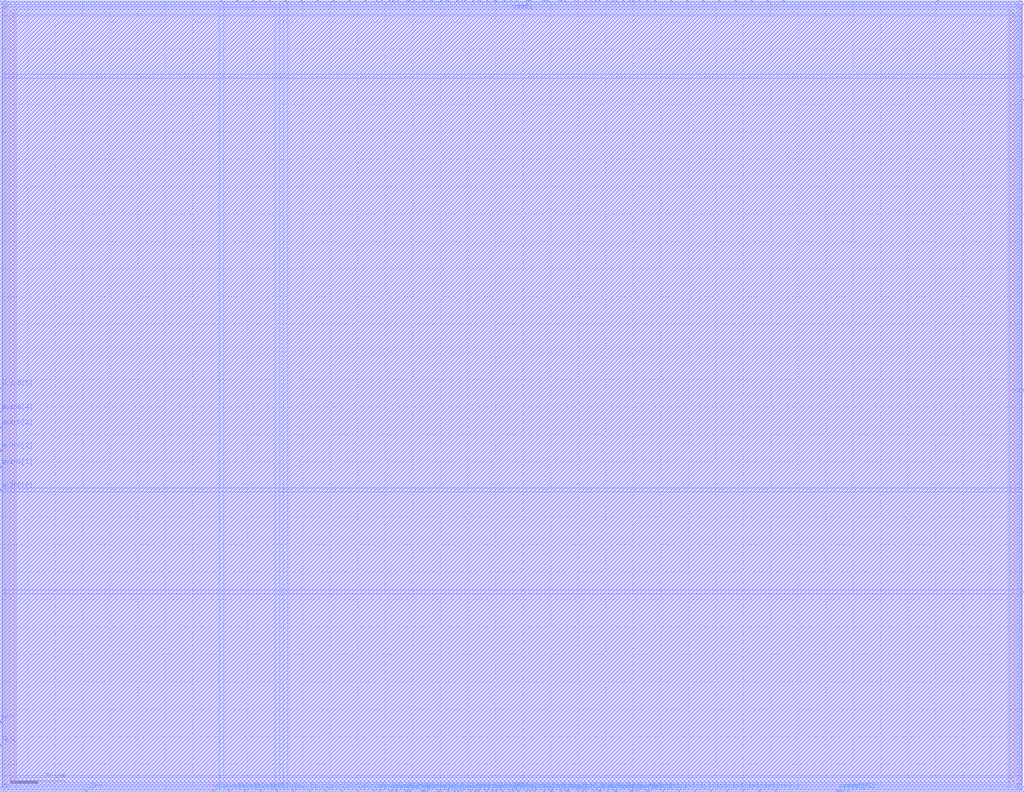
<source format=lef>
VERSION 5.4 ;
NAMESCASESENSITIVE ON ;
BUSBITCHARS "[]" ;
DIVIDERCHAR "/" ;
UNITS
  DATABASE MICRONS 1000 ;
END UNITS
MACRO dcache_data_ram
   CLASS BLOCK ;
   SIZE 372.1 BY 288.02 ;
   SYMMETRY X Y R90 ;
   PIN din0[0]
      DIRECTION INPUT ;
      PORT
         LAYER met4 ;
         RECT  100.54 0.0 100.92 0.38 ;
      END
   END din0[0]
   PIN din0[1]
      DIRECTION INPUT ;
      PORT
         LAYER met4 ;
         RECT  106.38 0.0 106.76 0.38 ;
      END
   END din0[1]
   PIN din0[2]
      DIRECTION INPUT ;
      PORT
         LAYER met4 ;
         RECT  112.22 0.0 112.6 0.38 ;
      END
   END din0[2]
   PIN din0[3]
      DIRECTION INPUT ;
      PORT
         LAYER met4 ;
         RECT  118.06 0.0 118.44 0.38 ;
      END
   END din0[3]
   PIN din0[4]
      DIRECTION INPUT ;
      PORT
         LAYER met4 ;
         RECT  123.9 0.0 124.28 0.38 ;
      END
   END din0[4]
   PIN din0[5]
      DIRECTION INPUT ;
      PORT
         LAYER met4 ;
         RECT  129.74 0.0 130.12 0.38 ;
      END
   END din0[5]
   PIN din0[6]
      DIRECTION INPUT ;
      PORT
         LAYER met4 ;
         RECT  135.58 0.0 135.96 0.38 ;
      END
   END din0[6]
   PIN din0[7]
      DIRECTION INPUT ;
      PORT
         LAYER met4 ;
         RECT  141.42 0.0 141.8 0.38 ;
      END
   END din0[7]
   PIN din0[8]
      DIRECTION INPUT ;
      PORT
         LAYER met4 ;
         RECT  147.26 0.0 147.64 0.38 ;
      END
   END din0[8]
   PIN din0[9]
      DIRECTION INPUT ;
      PORT
         LAYER met4 ;
         RECT  153.1 0.0 153.48 0.38 ;
      END
   END din0[9]
   PIN din0[10]
      DIRECTION INPUT ;
      PORT
         LAYER met4 ;
         RECT  158.94 0.0 159.32 0.38 ;
      END
   END din0[10]
   PIN din0[11]
      DIRECTION INPUT ;
      PORT
         LAYER met4 ;
         RECT  164.78 0.0 165.16 0.38 ;
      END
   END din0[11]
   PIN din0[12]
      DIRECTION INPUT ;
      PORT
         LAYER met4 ;
         RECT  170.62 0.0 171.0 0.38 ;
      END
   END din0[12]
   PIN din0[13]
      DIRECTION INPUT ;
      PORT
         LAYER met4 ;
         RECT  176.46 0.0 176.84 0.38 ;
      END
   END din0[13]
   PIN din0[14]
      DIRECTION INPUT ;
      PORT
         LAYER met4 ;
         RECT  182.3 0.0 182.68 0.38 ;
      END
   END din0[14]
   PIN din0[15]
      DIRECTION INPUT ;
      PORT
         LAYER met4 ;
         RECT  188.14 0.0 188.52 0.38 ;
      END
   END din0[15]
   PIN din0[16]
      DIRECTION INPUT ;
      PORT
         LAYER met4 ;
         RECT  193.98 0.0 194.36 0.38 ;
      END
   END din0[16]
   PIN din0[17]
      DIRECTION INPUT ;
      PORT
         LAYER met4 ;
         RECT  199.82 0.0 200.2 0.38 ;
      END
   END din0[17]
   PIN din0[18]
      DIRECTION INPUT ;
      PORT
         LAYER met4 ;
         RECT  205.66 0.0 206.04 0.38 ;
      END
   END din0[18]
   PIN din0[19]
      DIRECTION INPUT ;
      PORT
         LAYER met4 ;
         RECT  211.5 0.0 211.88 0.38 ;
      END
   END din0[19]
   PIN din0[20]
      DIRECTION INPUT ;
      PORT
         LAYER met4 ;
         RECT  217.34 0.0 217.72 0.38 ;
      END
   END din0[20]
   PIN din0[21]
      DIRECTION INPUT ;
      PORT
         LAYER met4 ;
         RECT  223.18 0.0 223.56 0.38 ;
      END
   END din0[21]
   PIN din0[22]
      DIRECTION INPUT ;
      PORT
         LAYER met4 ;
         RECT  229.02 0.0 229.4 0.38 ;
      END
   END din0[22]
   PIN din0[23]
      DIRECTION INPUT ;
      PORT
         LAYER met4 ;
         RECT  234.86 0.0 235.24 0.38 ;
      END
   END din0[23]
   PIN din0[24]
      DIRECTION INPUT ;
      PORT
         LAYER met4 ;
         RECT  240.7 0.0 241.08 0.38 ;
      END
   END din0[24]
   PIN din0[25]
      DIRECTION INPUT ;
      PORT
         LAYER met4 ;
         RECT  246.54 0.0 246.92 0.38 ;
      END
   END din0[25]
   PIN din0[26]
      DIRECTION INPUT ;
      PORT
         LAYER met4 ;
         RECT  252.38 0.0 252.76 0.38 ;
      END
   END din0[26]
   PIN din0[27]
      DIRECTION INPUT ;
      PORT
         LAYER met4 ;
         RECT  258.22 0.0 258.6 0.38 ;
      END
   END din0[27]
   PIN din0[28]
      DIRECTION INPUT ;
      PORT
         LAYER met4 ;
         RECT  264.06 0.0 264.44 0.38 ;
      END
   END din0[28]
   PIN din0[29]
      DIRECTION INPUT ;
      PORT
         LAYER met4 ;
         RECT  269.9 0.0 270.28 0.38 ;
      END
   END din0[29]
   PIN din0[30]
      DIRECTION INPUT ;
      PORT
         LAYER met4 ;
         RECT  275.74 0.0 276.12 0.38 ;
      END
   END din0[30]
   PIN din0[31]
      DIRECTION INPUT ;
      PORT
         LAYER met4 ;
         RECT  281.58 0.0 281.96 0.38 ;
      END
   END din0[31]
   PIN din1[0]
      DIRECTION INPUT ;
      PORT
         LAYER met4 ;
         RECT  80.16 287.64 80.54 288.02 ;
      END
   END din1[0]
   PIN din1[1]
      DIRECTION INPUT ;
      PORT
         LAYER met4 ;
         RECT  86.0 287.64 86.38 288.02 ;
      END
   END din1[1]
   PIN din1[2]
      DIRECTION INPUT ;
      PORT
         LAYER met4 ;
         RECT  91.84 287.64 92.22 288.02 ;
      END
   END din1[2]
   PIN din1[3]
      DIRECTION INPUT ;
      PORT
         LAYER met4 ;
         RECT  97.68 287.64 98.06 288.02 ;
      END
   END din1[3]
   PIN din1[4]
      DIRECTION INPUT ;
      PORT
         LAYER met4 ;
         RECT  103.52 287.64 103.9 288.02 ;
      END
   END din1[4]
   PIN din1[5]
      DIRECTION INPUT ;
      PORT
         LAYER met4 ;
         RECT  109.36 287.64 109.74 288.02 ;
      END
   END din1[5]
   PIN din1[6]
      DIRECTION INPUT ;
      PORT
         LAYER met4 ;
         RECT  115.2 287.64 115.58 288.02 ;
      END
   END din1[6]
   PIN din1[7]
      DIRECTION INPUT ;
      PORT
         LAYER met4 ;
         RECT  121.04 287.64 121.42 288.02 ;
      END
   END din1[7]
   PIN din1[8]
      DIRECTION INPUT ;
      PORT
         LAYER met4 ;
         RECT  126.88 287.64 127.26 288.02 ;
      END
   END din1[8]
   PIN din1[9]
      DIRECTION INPUT ;
      PORT
         LAYER met4 ;
         RECT  132.72 287.64 133.1 288.02 ;
      END
   END din1[9]
   PIN din1[10]
      DIRECTION INPUT ;
      PORT
         LAYER met4 ;
         RECT  138.56 287.64 138.94 288.02 ;
      END
   END din1[10]
   PIN din1[11]
      DIRECTION INPUT ;
      PORT
         LAYER met4 ;
         RECT  144.4 287.64 144.78 288.02 ;
      END
   END din1[11]
   PIN din1[12]
      DIRECTION INPUT ;
      PORT
         LAYER met4 ;
         RECT  150.24 287.64 150.62 288.02 ;
      END
   END din1[12]
   PIN din1[13]
      DIRECTION INPUT ;
      PORT
         LAYER met4 ;
         RECT  156.08 287.64 156.46 288.02 ;
      END
   END din1[13]
   PIN din1[14]
      DIRECTION INPUT ;
      PORT
         LAYER met4 ;
         RECT  161.92 287.64 162.3 288.02 ;
      END
   END din1[14]
   PIN din1[15]
      DIRECTION INPUT ;
      PORT
         LAYER met4 ;
         RECT  167.76 287.64 168.14 288.02 ;
      END
   END din1[15]
   PIN din1[16]
      DIRECTION INPUT ;
      PORT
         LAYER met4 ;
         RECT  173.6 287.64 173.98 288.02 ;
      END
   END din1[16]
   PIN din1[17]
      DIRECTION INPUT ;
      PORT
         LAYER met4 ;
         RECT  179.44 287.64 179.82 288.02 ;
      END
   END din1[17]
   PIN din1[18]
      DIRECTION INPUT ;
      PORT
         LAYER met4 ;
         RECT  185.28 287.64 185.66 288.02 ;
      END
   END din1[18]
   PIN din1[19]
      DIRECTION INPUT ;
      PORT
         LAYER met4 ;
         RECT  191.12 287.64 191.5 288.02 ;
      END
   END din1[19]
   PIN din1[20]
      DIRECTION INPUT ;
      PORT
         LAYER met4 ;
         RECT  196.96 287.64 197.34 288.02 ;
      END
   END din1[20]
   PIN din1[21]
      DIRECTION INPUT ;
      PORT
         LAYER met4 ;
         RECT  202.8 287.64 203.18 288.02 ;
      END
   END din1[21]
   PIN din1[22]
      DIRECTION INPUT ;
      PORT
         LAYER met4 ;
         RECT  208.64 287.64 209.02 288.02 ;
      END
   END din1[22]
   PIN din1[23]
      DIRECTION INPUT ;
      PORT
         LAYER met4 ;
         RECT  214.48 287.64 214.86 288.02 ;
      END
   END din1[23]
   PIN din1[24]
      DIRECTION INPUT ;
      PORT
         LAYER met4 ;
         RECT  220.32 287.64 220.7 288.02 ;
      END
   END din1[24]
   PIN din1[25]
      DIRECTION INPUT ;
      PORT
         LAYER met4 ;
         RECT  226.16 287.64 226.54 288.02 ;
      END
   END din1[25]
   PIN din1[26]
      DIRECTION INPUT ;
      PORT
         LAYER met4 ;
         RECT  232.0 287.64 232.38 288.02 ;
      END
   END din1[26]
   PIN din1[27]
      DIRECTION INPUT ;
      PORT
         LAYER met4 ;
         RECT  237.84 287.64 238.22 288.02 ;
      END
   END din1[27]
   PIN din1[28]
      DIRECTION INPUT ;
      PORT
         LAYER met4 ;
         RECT  243.68 287.64 244.06 288.02 ;
      END
   END din1[28]
   PIN din1[29]
      DIRECTION INPUT ;
      PORT
         LAYER met4 ;
         RECT  249.52 287.64 249.9 288.02 ;
      END
   END din1[29]
   PIN din1[30]
      DIRECTION INPUT ;
      PORT
         LAYER met4 ;
         RECT  255.36 287.64 255.74 288.02 ;
      END
   END din1[30]
   PIN din1[31]
      DIRECTION INPUT ;
      PORT
         LAYER met4 ;
         RECT  261.2 287.64 261.58 288.02 ;
      END
   END din1[31]
   PIN addr0[0]
      DIRECTION INPUT ;
      PORT
         LAYER met3 ;
         RECT  0.0 109.585 0.38 109.965 ;
      END
   END addr0[0]
   PIN addr0[1]
      DIRECTION INPUT ;
      PORT
         LAYER met3 ;
         RECT  0.0 117.985 0.38 118.365 ;
      END
   END addr0[1]
   PIN addr0[2]
      DIRECTION INPUT ;
      PORT
         LAYER met3 ;
         RECT  0.0 123.85 0.38 124.23 ;
      END
   END addr0[2]
   PIN addr0[3]
      DIRECTION INPUT ;
      PORT
         LAYER met3 ;
         RECT  0.0 132.35 0.38 132.73 ;
      END
   END addr0[3]
   PIN addr0[4]
      DIRECTION INPUT ;
      PORT
         LAYER met3 ;
         RECT  0.0 137.99 0.38 138.37 ;
      END
   END addr0[4]
   PIN addr0[5]
      DIRECTION INPUT ;
      PORT
         LAYER met3 ;
         RECT  0.0 146.49 0.38 146.87 ;
      END
   END addr0[5]
   PIN addr1[0]
      DIRECTION INPUT ;
      PORT
         LAYER met3 ;
         RECT  371.72 72.47 372.1 72.85 ;
      END
   END addr1[0]
   PIN addr1[1]
      DIRECTION INPUT ;
      PORT
         LAYER met4 ;
         RECT  304.095 0.0 304.475 0.38 ;
      END
   END addr1[1]
   PIN addr1[2]
      DIRECTION INPUT ;
      PORT
         LAYER met4 ;
         RECT  307.76 0.0 308.14 0.38 ;
      END
   END addr1[2]
   PIN addr1[3]
      DIRECTION INPUT ;
      PORT
         LAYER met4 ;
         RECT  304.785 0.0 305.165 0.38 ;
      END
   END addr1[3]
   PIN addr1[4]
      DIRECTION INPUT ;
      PORT
         LAYER met4 ;
         RECT  305.475 0.0 305.855 0.38 ;
      END
   END addr1[4]
   PIN addr1[5]
      DIRECTION INPUT ;
      PORT
         LAYER met4 ;
         RECT  306.22 0.0 306.6 0.38 ;
      END
   END addr1[5]
   PIN csb0
      DIRECTION INPUT ;
      PORT
         LAYER met3 ;
         RECT  0.0 16.73 0.38 17.11 ;
      END
   END csb0
   PIN csb1
      DIRECTION INPUT ;
      PORT
         LAYER met3 ;
         RECT  371.72 260.0 372.1 260.38 ;
      END
   END csb1
   PIN web0
      DIRECTION INPUT ;
      PORT
         LAYER met3 ;
         RECT  0.0 25.23 0.38 25.61 ;
      END
   END web0
   PIN web1
      DIRECTION INPUT ;
      PORT
         LAYER met3 ;
         RECT  371.72 251.5 372.1 251.88 ;
      END
   END web1
   PIN clk0
      DIRECTION INPUT ;
      PORT
         LAYER met4 ;
         RECT  31.1 0.0 31.48 0.38 ;
      END
   END clk0
   PIN clk1
      DIRECTION INPUT ;
      PORT
         LAYER met4 ;
         RECT  340.62 287.64 341.0 288.02 ;
      END
   END clk1
   PIN wmask0[0]
      DIRECTION INPUT ;
      PORT
         LAYER met4 ;
         RECT  77.18 0.0 77.56 0.38 ;
      END
   END wmask0[0]
   PIN wmask0[1]
      DIRECTION INPUT ;
      PORT
         LAYER met4 ;
         RECT  83.02 0.0 83.4 0.38 ;
      END
   END wmask0[1]
   PIN wmask0[2]
      DIRECTION INPUT ;
      PORT
         LAYER met4 ;
         RECT  88.86 0.0 89.24 0.38 ;
      END
   END wmask0[2]
   PIN wmask0[3]
      DIRECTION INPUT ;
      PORT
         LAYER met4 ;
         RECT  94.7 0.0 95.08 0.38 ;
      END
   END wmask0[3]
   PIN wmask1[0]
      DIRECTION INPUT ;
      PORT
         LAYER met4 ;
         RECT  267.04 287.64 267.42 288.02 ;
      END
   END wmask1[0]
   PIN wmask1[1]
      DIRECTION INPUT ;
      PORT
         LAYER met4 ;
         RECT  272.88 287.64 273.26 288.02 ;
      END
   END wmask1[1]
   PIN wmask1[2]
      DIRECTION INPUT ;
      PORT
         LAYER met4 ;
         RECT  278.72 287.64 279.1 288.02 ;
      END
   END wmask1[2]
   PIN wmask1[3]
      DIRECTION INPUT ;
      PORT
         LAYER met4 ;
         RECT  284.56 287.64 284.94 288.02 ;
      END
   END wmask1[3]
   PIN dout0[0]
      DIRECTION OUTPUT ;
      PORT
         LAYER met4 ;
         RECT  137.685 0.0 138.065 0.38 ;
      END
   END dout0[0]
   PIN dout0[1]
      DIRECTION OUTPUT ;
      PORT
         LAYER met4 ;
         RECT  142.11 0.0 142.49 0.38 ;
      END
   END dout0[1]
   PIN dout0[2]
      DIRECTION OUTPUT ;
      PORT
         LAYER met4 ;
         RECT  143.925 0.0 144.305 0.38 ;
      END
   END dout0[2]
   PIN dout0[3]
      DIRECTION OUTPUT ;
      PORT
         LAYER met4 ;
         RECT  147.95 0.0 148.33 0.38 ;
      END
   END dout0[3]
   PIN dout0[4]
      DIRECTION OUTPUT ;
      PORT
         LAYER met4 ;
         RECT  148.785 0.0 149.165 0.38 ;
      END
   END dout0[4]
   PIN dout0[5]
      DIRECTION OUTPUT ;
      PORT
         LAYER met4 ;
         RECT  153.815 0.0 154.195 0.38 ;
      END
   END dout0[5]
   PIN dout0[6]
      DIRECTION OUTPUT ;
      PORT
         LAYER met4 ;
         RECT  155.025 0.0 155.405 0.38 ;
      END
   END dout0[6]
   PIN dout0[7]
      DIRECTION OUTPUT ;
      PORT
         LAYER met4 ;
         RECT  160.0 0.0 160.38 0.38 ;
      END
   END dout0[7]
   PIN dout0[8]
      DIRECTION OUTPUT ;
      PORT
         LAYER met4 ;
         RECT  162.645 0.0 163.025 0.38 ;
      END
   END dout0[8]
   PIN dout0[9]
      DIRECTION OUTPUT ;
      PORT
         LAYER met4 ;
         RECT  166.295 0.0 166.675 0.38 ;
      END
   END dout0[9]
   PIN dout0[10]
      DIRECTION OUTPUT ;
      PORT
         LAYER met4 ;
         RECT  167.505 0.0 167.885 0.38 ;
      END
   END dout0[10]
   PIN dout0[11]
      DIRECTION OUTPUT ;
      PORT
         LAYER met4 ;
         RECT  172.535 0.0 172.915 0.38 ;
      END
   END dout0[11]
   PIN dout0[12]
      DIRECTION OUTPUT ;
      PORT
         LAYER met4 ;
         RECT  173.745 0.0 174.125 0.38 ;
      END
   END dout0[12]
   PIN dout0[13]
      DIRECTION OUTPUT ;
      PORT
         LAYER met4 ;
         RECT  178.775 0.0 179.155 0.38 ;
      END
   END dout0[13]
   PIN dout0[14]
      DIRECTION OUTPUT ;
      PORT
         LAYER met4 ;
         RECT  179.985 0.0 180.365 0.38 ;
      END
   END dout0[14]
   PIN dout0[15]
      DIRECTION OUTPUT ;
      PORT
         LAYER met4 ;
         RECT  184.96 0.0 185.34 0.38 ;
      END
   END dout0[15]
   PIN dout0[16]
      DIRECTION OUTPUT ;
      PORT
         LAYER met4 ;
         RECT  186.285 0.0 186.665 0.38 ;
      END
   END dout0[16]
   PIN dout0[17]
      DIRECTION OUTPUT ;
      PORT
         LAYER met4 ;
         RECT  191.255 0.0 191.635 0.38 ;
      END
   END dout0[17]
   PIN dout0[18]
      DIRECTION OUTPUT ;
      PORT
         LAYER met4 ;
         RECT  192.175 0.0 192.555 0.38 ;
      END
   END dout0[18]
   PIN dout0[19]
      DIRECTION OUTPUT ;
      PORT
         LAYER met4 ;
         RECT  197.495 0.0 197.875 0.38 ;
      END
   END dout0[19]
   PIN dout0[20]
      DIRECTION OUTPUT ;
      PORT
         LAYER met4 ;
         RECT  200.51 0.0 200.89 0.38 ;
      END
   END dout0[20]
   PIN dout0[21]
      DIRECTION OUTPUT ;
      PORT
         LAYER met4 ;
         RECT  203.735 0.0 204.115 0.38 ;
      END
   END dout0[21]
   PIN dout0[22]
      DIRECTION OUTPUT ;
      PORT
         LAYER met4 ;
         RECT  206.35 0.0 206.73 0.38 ;
      END
   END dout0[22]
   PIN dout0[23]
      DIRECTION OUTPUT ;
      PORT
         LAYER met4 ;
         RECT  209.695 0.0 210.075 0.38 ;
      END
   END dout0[23]
   PIN dout0[24]
      DIRECTION OUTPUT ;
      PORT
         LAYER met4 ;
         RECT  212.565 0.0 212.945 0.38 ;
      END
   END dout0[24]
   PIN dout0[25]
      DIRECTION OUTPUT ;
      PORT
         LAYER met4 ;
         RECT  215.535 0.0 215.915 0.38 ;
      END
   END dout0[25]
   PIN dout0[26]
      DIRECTION OUTPUT ;
      PORT
         LAYER met4 ;
         RECT  218.03 0.0 218.41 0.38 ;
      END
   END dout0[26]
   PIN dout0[27]
      DIRECTION OUTPUT ;
      PORT
         LAYER met4 ;
         RECT  220.515 0.0 220.895 0.38 ;
      END
   END dout0[27]
   PIN dout0[28]
      DIRECTION OUTPUT ;
      PORT
         LAYER met4 ;
         RECT  223.87 0.0 224.25 0.38 ;
      END
   END dout0[28]
   PIN dout0[29]
      DIRECTION OUTPUT ;
      PORT
         LAYER met4 ;
         RECT  229.71 0.0 230.09 0.38 ;
      END
   END dout0[29]
   PIN dout0[30]
      DIRECTION OUTPUT ;
      PORT
         LAYER met4 ;
         RECT  231.285 0.0 231.665 0.38 ;
      END
   END dout0[30]
   PIN dout0[31]
      DIRECTION OUTPUT ;
      PORT
         LAYER met4 ;
         RECT  235.68 0.0 236.06 0.38 ;
      END
   END dout0[31]
   PIN dout1[0]
      DIRECTION OUTPUT ;
      PORT
         LAYER met4 ;
         RECT  136.56 287.64 136.94 288.02 ;
      END
   END dout1[0]
   PIN dout1[1]
      DIRECTION OUTPUT ;
      PORT
         LAYER met4 ;
         RECT  141.335 287.64 141.715 288.02 ;
      END
   END dout1[1]
   PIN dout1[2]
      DIRECTION OUTPUT ;
      PORT
         LAYER met4 ;
         RECT  142.545 287.64 142.925 288.02 ;
      END
   END dout1[2]
   PIN dout1[3]
      DIRECTION OUTPUT ;
      PORT
         LAYER met4 ;
         RECT  147.575 287.64 147.955 288.02 ;
      END
   END dout1[3]
   PIN dout1[4]
      DIRECTION OUTPUT ;
      PORT
         LAYER met4 ;
         RECT  148.435 287.64 148.815 288.02 ;
      END
   END dout1[4]
   PIN dout1[5]
      DIRECTION OUTPUT ;
      PORT
         LAYER met4 ;
         RECT  153.815 287.64 154.195 288.02 ;
      END
   END dout1[5]
   PIN dout1[6]
      DIRECTION OUTPUT ;
      PORT
         LAYER met4 ;
         RECT  156.77 287.64 157.15 288.02 ;
      END
   END dout1[6]
   PIN dout1[7]
      DIRECTION OUTPUT ;
      PORT
         LAYER met4 ;
         RECT  160.0 287.64 160.38 288.02 ;
      END
   END dout1[7]
   PIN dout1[8]
      DIRECTION OUTPUT ;
      PORT
         LAYER met4 ;
         RECT  162.645 287.64 163.025 288.02 ;
      END
   END dout1[8]
   PIN dout1[9]
      DIRECTION OUTPUT ;
      PORT
         LAYER met4 ;
         RECT  165.955 287.64 166.335 288.02 ;
      END
   END dout1[9]
   PIN dout1[10]
      DIRECTION OUTPUT ;
      PORT
         LAYER met4 ;
         RECT  168.885 287.64 169.265 288.02 ;
      END
   END dout1[10]
   PIN dout1[11]
      DIRECTION OUTPUT ;
      PORT
         LAYER met4 ;
         RECT  171.795 287.64 172.175 288.02 ;
      END
   END dout1[11]
   PIN dout1[12]
      DIRECTION OUTPUT ;
      PORT
         LAYER met4 ;
         RECT  174.29 287.64 174.67 288.02 ;
      END
   END dout1[12]
   PIN dout1[13]
      DIRECTION OUTPUT ;
      PORT
         LAYER met4 ;
         RECT  176.835 287.64 177.215 288.02 ;
      END
   END dout1[13]
   PIN dout1[14]
      DIRECTION OUTPUT ;
      PORT
         LAYER met4 ;
         RECT  180.13 287.64 180.51 288.02 ;
      END
   END dout1[14]
   PIN dout1[15]
      DIRECTION OUTPUT ;
      PORT
         LAYER met4 ;
         RECT  183.075 287.64 183.455 288.02 ;
      END
   END dout1[15]
   PIN dout1[16]
      DIRECTION OUTPUT ;
      PORT
         LAYER met4 ;
         RECT  187.605 287.64 187.985 288.02 ;
      END
   END dout1[16]
   PIN dout1[17]
      DIRECTION OUTPUT ;
      PORT
         LAYER met4 ;
         RECT  191.81 287.64 192.19 288.02 ;
      END
   END dout1[17]
   PIN dout1[18]
      DIRECTION OUTPUT ;
      PORT
         LAYER met4 ;
         RECT  192.525 287.64 192.905 288.02 ;
      END
   END dout1[18]
   PIN dout1[19]
      DIRECTION OUTPUT ;
      PORT
         LAYER met4 ;
         RECT  197.65 287.64 198.03 288.02 ;
      END
   END dout1[19]
   PIN dout1[20]
      DIRECTION OUTPUT ;
      PORT
         LAYER met4 ;
         RECT  198.705 287.64 199.085 288.02 ;
      END
   END dout1[20]
   PIN dout1[21]
      DIRECTION OUTPUT ;
      PORT
         LAYER met4 ;
         RECT  203.735 287.64 204.115 288.02 ;
      END
   END dout1[21]
   PIN dout1[22]
      DIRECTION OUTPUT ;
      PORT
         LAYER met4 ;
         RECT  204.945 287.64 205.325 288.02 ;
      END
   END dout1[22]
   PIN dout1[23]
      DIRECTION OUTPUT ;
      PORT
         LAYER met4 ;
         RECT  209.92 287.64 210.3 288.02 ;
      END
   END dout1[23]
   PIN dout1[24]
      DIRECTION OUTPUT ;
      PORT
         LAYER met4 ;
         RECT  212.565 287.64 212.945 288.02 ;
      END
   END dout1[24]
   PIN dout1[25]
      DIRECTION OUTPUT ;
      PORT
         LAYER met4 ;
         RECT  216.215 287.64 216.595 288.02 ;
      END
   END dout1[25]
   PIN dout1[26]
      DIRECTION OUTPUT ;
      PORT
         LAYER met4 ;
         RECT  217.425 287.64 217.805 288.02 ;
      END
   END dout1[26]
   PIN dout1[27]
      DIRECTION OUTPUT ;
      PORT
         LAYER met4 ;
         RECT  222.455 287.64 222.835 288.02 ;
      END
   END dout1[27]
   PIN dout1[28]
      DIRECTION OUTPUT ;
      PORT
         LAYER met4 ;
         RECT  223.665 287.64 224.045 288.02 ;
      END
   END dout1[28]
   PIN dout1[29]
      DIRECTION OUTPUT ;
      PORT
         LAYER met4 ;
         RECT  228.695 287.64 229.075 288.02 ;
      END
   END dout1[29]
   PIN dout1[30]
      DIRECTION OUTPUT ;
      PORT
         LAYER met4 ;
         RECT  229.905 287.64 230.285 288.02 ;
      END
   END dout1[30]
   PIN dout1[31]
      DIRECTION OUTPUT ;
      PORT
         LAYER met4 ;
         RECT  234.935 287.64 235.315 288.02 ;
      END
   END dout1[31]
   PIN vccd1
      DIRECTION INOUT ;
      USE POWER ; 
      SHAPE ABUTMENT ; 
      PORT
         LAYER met3 ;
         RECT  0.0 286.28 372.1 288.02 ;
         LAYER met4 ;
         RECT  0.0 0.0 1.74 288.02 ;
         LAYER met4 ;
         RECT  370.36 0.0 372.1 288.02 ;
         LAYER met3 ;
         RECT  0.0 0.0 372.1 1.74 ;
      END
   END vccd1
   PIN vssd1
      DIRECTION INOUT ;
      USE GROUND ; 
      SHAPE ABUTMENT ; 
      PORT
         LAYER met3 ;
         RECT  3.48 3.48 368.62 5.22 ;
         LAYER met4 ;
         RECT  3.48 3.48 5.22 284.54 ;
         LAYER met3 ;
         RECT  3.48 282.8 368.62 284.54 ;
         LAYER met4 ;
         RECT  366.88 3.48 368.62 284.54 ;
      END
   END vssd1
   OBS
   LAYER  met1 ;
      RECT  0.62 0.62 371.48 287.4 ;
   LAYER  met2 ;
      RECT  0.62 0.62 371.48 287.4 ;
   LAYER  met3 ;
      RECT  0.98 108.985 371.48 110.565 ;
      RECT  0.62 110.565 0.98 117.385 ;
      RECT  0.62 118.965 0.98 123.25 ;
      RECT  0.62 124.83 0.98 131.75 ;
      RECT  0.62 133.33 0.98 137.39 ;
      RECT  0.62 138.97 0.98 145.89 ;
      RECT  0.98 71.87 371.12 73.45 ;
      RECT  0.98 73.45 371.12 108.985 ;
      RECT  371.12 73.45 371.48 108.985 ;
      RECT  0.98 110.565 371.12 259.4 ;
      RECT  0.98 259.4 371.12 260.98 ;
      RECT  0.62 17.71 0.98 24.63 ;
      RECT  0.62 26.21 0.98 108.985 ;
      RECT  371.12 110.565 371.48 250.9 ;
      RECT  371.12 252.48 371.48 259.4 ;
      RECT  0.62 147.47 0.98 285.68 ;
      RECT  371.12 260.98 371.48 285.68 ;
      RECT  371.12 2.34 371.48 71.87 ;
      RECT  0.62 2.34 0.98 16.13 ;
      RECT  0.98 2.34 2.88 2.88 ;
      RECT  0.98 2.88 2.88 5.82 ;
      RECT  0.98 5.82 2.88 71.87 ;
      RECT  2.88 2.34 369.22 2.88 ;
      RECT  2.88 5.82 369.22 71.87 ;
      RECT  369.22 2.34 371.12 2.88 ;
      RECT  369.22 2.88 371.12 5.82 ;
      RECT  369.22 5.82 371.12 71.87 ;
      RECT  0.98 260.98 2.88 282.2 ;
      RECT  0.98 282.2 2.88 285.14 ;
      RECT  0.98 285.14 2.88 285.68 ;
      RECT  2.88 260.98 369.22 282.2 ;
      RECT  2.88 285.14 369.22 285.68 ;
      RECT  369.22 260.98 371.12 282.2 ;
      RECT  369.22 282.2 371.12 285.14 ;
      RECT  369.22 285.14 371.12 285.68 ;
   LAYER  met4 ;
      RECT  99.94 0.98 101.52 287.4 ;
      RECT  101.52 0.62 105.78 0.98 ;
      RECT  107.36 0.62 111.62 0.98 ;
      RECT  113.2 0.62 117.46 0.98 ;
      RECT  119.04 0.62 123.3 0.98 ;
      RECT  124.88 0.62 129.14 0.98 ;
      RECT  130.72 0.62 134.98 0.98 ;
      RECT  241.68 0.62 245.94 0.98 ;
      RECT  247.52 0.62 251.78 0.98 ;
      RECT  253.36 0.62 257.62 0.98 ;
      RECT  259.2 0.62 263.46 0.98 ;
      RECT  265.04 0.62 269.3 0.98 ;
      RECT  270.88 0.62 275.14 0.98 ;
      RECT  276.72 0.62 280.98 0.98 ;
      RECT  79.56 0.98 81.14 287.04 ;
      RECT  81.14 0.98 99.94 287.04 ;
      RECT  81.14 287.04 85.4 287.4 ;
      RECT  86.98 287.04 91.24 287.4 ;
      RECT  92.82 287.04 97.08 287.4 ;
      RECT  98.66 287.04 99.94 287.4 ;
      RECT  101.52 0.98 102.92 287.04 ;
      RECT  101.52 287.04 102.92 287.4 ;
      RECT  102.92 0.98 104.5 287.04 ;
      RECT  104.5 287.04 108.76 287.4 ;
      RECT  110.34 287.04 114.6 287.4 ;
      RECT  116.18 287.04 120.44 287.4 ;
      RECT  122.02 287.04 126.28 287.4 ;
      RECT  127.86 287.04 132.12 287.4 ;
      RECT  238.82 287.04 243.08 287.4 ;
      RECT  244.66 287.04 248.92 287.4 ;
      RECT  250.5 287.04 254.76 287.4 ;
      RECT  256.34 287.04 260.6 287.4 ;
      RECT  282.56 0.62 303.495 0.98 ;
      RECT  32.08 0.62 76.58 0.98 ;
      RECT  78.16 0.62 82.42 0.98 ;
      RECT  84.0 0.62 88.26 0.98 ;
      RECT  89.84 0.62 94.1 0.98 ;
      RECT  95.68 0.62 99.94 0.98 ;
      RECT  262.18 287.04 266.44 287.4 ;
      RECT  268.02 287.04 272.28 287.4 ;
      RECT  273.86 287.04 278.12 287.4 ;
      RECT  279.7 287.04 283.96 287.4 ;
      RECT  285.54 287.04 340.02 287.4 ;
      RECT  136.56 0.62 137.085 0.98 ;
      RECT  138.665 0.62 140.82 0.98 ;
      RECT  143.09 0.62 143.325 0.98 ;
      RECT  144.905 0.62 146.66 0.98 ;
      RECT  149.765 0.62 152.5 0.98 ;
      RECT  156.005 0.62 158.34 0.98 ;
      RECT  160.98 0.62 162.045 0.98 ;
      RECT  163.625 0.62 164.18 0.98 ;
      RECT  168.485 0.62 170.02 0.98 ;
      RECT  171.6 0.62 171.935 0.98 ;
      RECT  174.725 0.62 175.86 0.98 ;
      RECT  177.44 0.62 178.175 0.98 ;
      RECT  180.965 0.62 181.7 0.98 ;
      RECT  183.28 0.62 184.36 0.98 ;
      RECT  187.265 0.62 187.54 0.98 ;
      RECT  189.12 0.62 190.655 0.98 ;
      RECT  193.155 0.62 193.38 0.98 ;
      RECT  194.96 0.62 196.895 0.98 ;
      RECT  198.475 0.62 199.22 0.98 ;
      RECT  201.49 0.62 203.135 0.98 ;
      RECT  204.715 0.62 205.06 0.98 ;
      RECT  207.33 0.62 209.095 0.98 ;
      RECT  210.675 0.62 210.9 0.98 ;
      RECT  213.545 0.62 214.935 0.98 ;
      RECT  216.515 0.62 216.74 0.98 ;
      RECT  219.01 0.62 219.915 0.98 ;
      RECT  221.495 0.62 222.58 0.98 ;
      RECT  224.85 0.62 228.42 0.98 ;
      RECT  232.265 0.62 234.26 0.98 ;
      RECT  236.66 0.62 240.1 0.98 ;
      RECT  133.7 287.04 135.96 287.4 ;
      RECT  137.54 287.04 137.96 287.4 ;
      RECT  139.54 287.04 140.735 287.4 ;
      RECT  143.525 287.04 143.8 287.4 ;
      RECT  145.38 287.04 146.975 287.4 ;
      RECT  149.415 287.04 149.64 287.4 ;
      RECT  151.22 287.04 153.215 287.4 ;
      RECT  154.795 287.04 155.48 287.4 ;
      RECT  157.75 287.04 159.4 287.4 ;
      RECT  160.98 287.04 161.32 287.4 ;
      RECT  163.625 287.04 165.355 287.4 ;
      RECT  166.935 287.04 167.16 287.4 ;
      RECT  169.865 287.04 171.195 287.4 ;
      RECT  172.775 287.04 173.0 287.4 ;
      RECT  175.27 287.04 176.235 287.4 ;
      RECT  177.815 287.04 178.84 287.4 ;
      RECT  181.11 287.04 182.475 287.4 ;
      RECT  184.055 287.04 184.68 287.4 ;
      RECT  186.26 287.04 187.005 287.4 ;
      RECT  188.585 287.04 190.52 287.4 ;
      RECT  193.505 287.04 196.36 287.4 ;
      RECT  199.685 287.04 202.2 287.4 ;
      RECT  205.925 287.04 208.04 287.4 ;
      RECT  210.9 287.04 211.965 287.4 ;
      RECT  213.545 287.04 213.88 287.4 ;
      RECT  215.46 287.04 215.615 287.4 ;
      RECT  218.405 287.04 219.72 287.4 ;
      RECT  221.3 287.04 221.855 287.4 ;
      RECT  224.645 287.04 225.56 287.4 ;
      RECT  227.14 287.04 228.095 287.4 ;
      RECT  230.885 287.04 231.4 287.4 ;
      RECT  232.98 287.04 234.335 287.4 ;
      RECT  235.915 287.04 237.24 287.4 ;
      RECT  2.34 287.04 79.56 287.4 ;
      RECT  2.34 0.62 30.5 0.98 ;
      RECT  308.74 0.62 369.76 0.98 ;
      RECT  341.6 287.04 369.76 287.4 ;
      RECT  2.34 0.98 2.88 2.88 ;
      RECT  2.34 2.88 2.88 285.14 ;
      RECT  2.34 285.14 2.88 287.04 ;
      RECT  2.88 0.98 5.82 2.88 ;
      RECT  2.88 285.14 5.82 287.04 ;
      RECT  5.82 0.98 79.56 2.88 ;
      RECT  5.82 2.88 79.56 285.14 ;
      RECT  5.82 285.14 79.56 287.04 ;
      RECT  104.5 0.98 366.28 2.88 ;
      RECT  104.5 2.88 366.28 285.14 ;
      RECT  104.5 285.14 366.28 287.04 ;
      RECT  366.28 0.98 369.22 2.88 ;
      RECT  366.28 285.14 369.22 287.04 ;
      RECT  369.22 0.98 369.76 2.88 ;
      RECT  369.22 2.88 369.76 285.14 ;
      RECT  369.22 285.14 369.76 287.04 ;
   END
END    dcache_data_ram
END    LIBRARY

</source>
